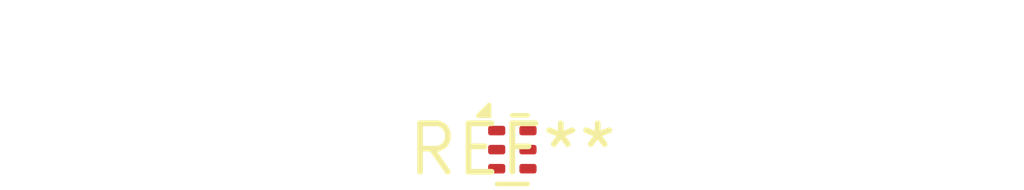
<source format=kicad_pcb>
(kicad_pcb (version 20240108) (generator pcbnew)
  (layers (0 "F.Cu" signal) (31 "B.Cu" signal) (34 "B.Paste" user) (35 "F.Paste" user) (36 "B.SilkS" user "B.Silkscreen") (37 "F.SilkS" user "F.Silkscreen") (38 "B.Mask" user) (39 "F.Mask" user) (44 "Edge.Cuts" user))
  (net 0 "")
  (footprint "Balun_Johanson_1.6x0.8mm" (layer "F.Cu") (at 0 0)
    (property "Reference" "REF**")
    (property "Value" "Balun_Johanson_1.6x0.8mm")
    (fp_line (start -0.4 0.9) (end 0.4 0.9) (layer "F.SilkS") (stroke (width 0.12)))
    (fp_line (start 0 -0.9) (end 0.4 -0.9) (layer "F.SilkS") (stroke (width 0.12)))
    (fp_poly (pts (xy -0.61 -0.89) (xy -0.89 -0.89) (xy -0.61 -1.17) (xy -0.61 -0.89)) (layer "F.SilkS") (stroke (width 0.12)) (fill solid))
    (pad "1" smd roundrect (at -0.41 -0.5 180) (size 0.45 0.25) (layers "F.Cu" "F.Paste" "F.Mask"))
    (pad "2" smd roundrect (at -0.41 0) (size 0.45 0.25) (layers "F.Cu" "F.Paste" "F.Mask"))
    (pad "3" smd roundrect (at -0.41 0.5) (size 0.45 0.25) (layers "F.Cu" "F.Paste" "F.Mask"))
    (pad "4" smd roundrect (at 0.41 0.5) (size 0.45 0.25) (layers "F.Cu" "F.Paste" "F.Mask"))
    (pad "5" smd roundrect (at 0.41 0) (size 0.45 0.25) (layers "F.Cu" "F.Paste" "F.Mask"))
    (pad "6" smd roundrect (at 0.41 -0.5) (size 0.45 0.25) (layers "F.Cu" "F.Paste" "F.Mask"))
  )
)
</source>
